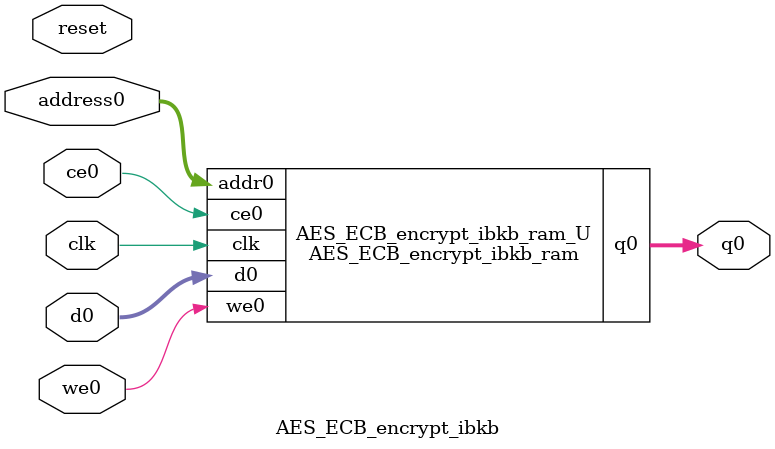
<source format=v>
`timescale 1 ns / 1 ps
module AES_ECB_encrypt_ibkb_ram (addr0, ce0, d0, we0, q0,  clk);

parameter DWIDTH = 8;
parameter AWIDTH = 4;
parameter MEM_SIZE = 16;

input[AWIDTH-1:0] addr0;
input ce0;
input[DWIDTH-1:0] d0;
input we0;
output reg[DWIDTH-1:0] q0;
input clk;

(* ram_style = "distributed" *)reg [DWIDTH-1:0] ram[0:MEM_SIZE-1];




always @(posedge clk)  
begin 
    if (ce0) 
    begin
        if (we0) 
        begin 
            ram[addr0] <= d0; 
        end 
        q0 <= ram[addr0];
    end
end


endmodule

`timescale 1 ns / 1 ps
module AES_ECB_encrypt_ibkb(
    reset,
    clk,
    address0,
    ce0,
    we0,
    d0,
    q0);

parameter DataWidth = 32'd8;
parameter AddressRange = 32'd16;
parameter AddressWidth = 32'd4;
input reset;
input clk;
input[AddressWidth - 1:0] address0;
input ce0;
input we0;
input[DataWidth - 1:0] d0;
output[DataWidth - 1:0] q0;



AES_ECB_encrypt_ibkb_ram AES_ECB_encrypt_ibkb_ram_U(
    .clk( clk ),
    .addr0( address0 ),
    .ce0( ce0 ),
    .we0( we0 ),
    .d0( d0 ),
    .q0( q0 ));

endmodule


</source>
